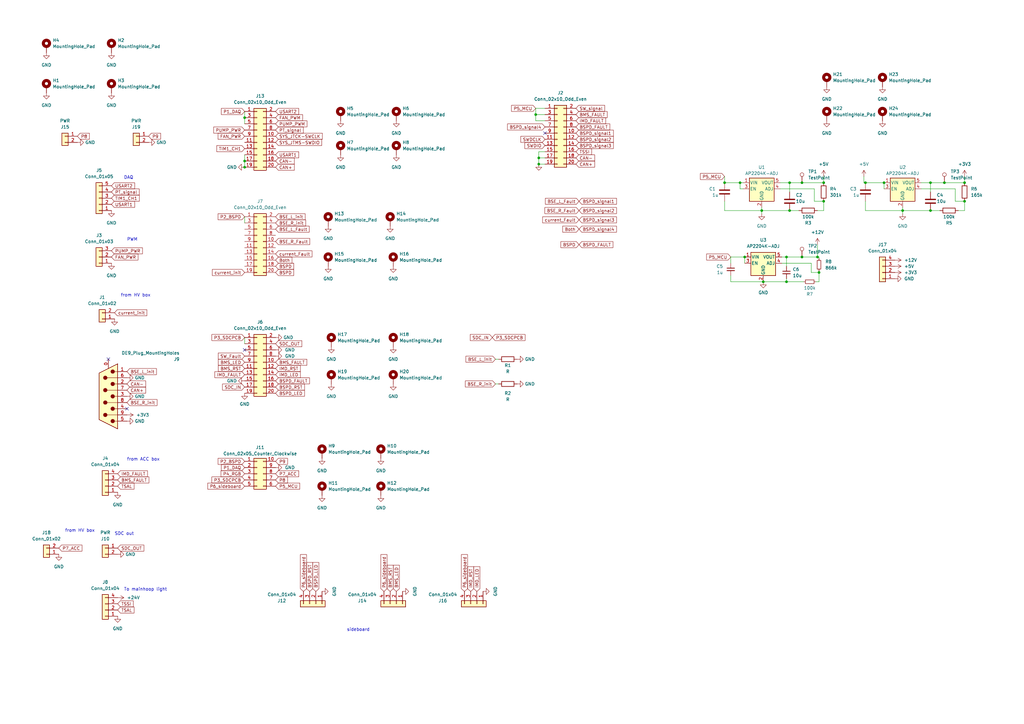
<source format=kicad_sch>
(kicad_sch (version 20230121) (generator eeschema)
  (paper "A3")
  (title_block (date "2025-06-08") (rev "v2025.06"))
  (lib_symbols
    (symbol "Connector:DE9_Plug_MountingHoles" (pin_names (offset 1.016) hide)
      (property "Reference" "J" (at 0 16.51 0))
      (property "Value" "DE9_Plug_MountingHoles" (at 0 14.605 0))
      (symbol "DE9_Plug_MountingHoles_1_1"
        (pin passive line (at 0 -15.24 90) (length 3.81) (name "PAD") (number "0"))
        (pin passive line (at -7.62 -10.16 0) (length 3.81) (name "1") (number "1"))
        (pin passive line (at -7.62 -5.08 0) (length 3.81) (name "2") (number "2"))
        (pin passive line (at -7.62 0 0) (length 3.81) (name "3") (number "3"))
        (pin passive line (at -7.62 5.08 0) (length 3.81) (name "4") (number "4"))
        (pin passive line (at -7.62 10.16 0) (length 3.81) (name "5") (number "5"))
        (pin passive line (at -7.62 -7.62 0) (length 3.81) (name "6") (number "6"))
        (pin passive line (at -7.62 -2.54 0) (length 3.81) (name "7") (number "7"))
        (pin passive line (at -7.62 2.54 0) (length 3.81) (name "8") (number "8"))
        (pin passive line (at -7.62 7.62 0) (length 3.81) (name "9") (number "9"))
      )
    )
    (symbol "Connector:TestPoint" (pin_numbers hide) (pin_names (offset 0.762) hide)
      (property "Reference" "TP" (at 0 6.858 0))
      (property "Value" "TestPoint" (at 0 5.08 0))
      (symbol "TestPoint_1_1"
        (pin passive line (at 0 0 90) (length 2.54) (name "1") (number "1"))
      )
    )
    (symbol "Connector_Generic:Conn_01x02" (pin_names (offset 1.016) hide)
      (property "Reference" "J" (at 0 2.54 0))
      (property "Value" "Conn_01x02" (at 0 -5.08 0))
      (symbol "Conn_01x02_1_1"
        (pin passive line (at -5.08 0 0) (length 3.81) (name "Pin_1") (number "1"))
        (pin passive line (at -5.08 -2.54 0) (length 3.81) (name "Pin_2") (number "2"))
      )
    )
    (symbol "Connector_Generic:Conn_01x03" (pin_names (offset 1.016) hide)
      (property "Reference" "J" (at 0 5.08 0))
      (property "Value" "Conn_01x03" (at 0 -5.08 0))
      (symbol "Conn_01x03_1_1"
        (pin passive line (at -5.08 2.54 0) (length 3.81) (name "Pin_1") (number "1"))
        (pin passive line (at -5.08 0 0) (length 3.81) (name "Pin_2") (number "2"))
        (pin passive line (at -5.08 -2.54 0) (length 3.81) (name "Pin_3") (number "3"))
      )
    )
    (symbol "Connector_Generic:Conn_01x04" (pin_names (offset 1.016) hide)
      (property "Reference" "J" (at 0 5.08 0))
      (property "Value" "Conn_01x04" (at 0 -7.62 0))
      (symbol "Conn_01x04_1_1"
        (pin passive line (at -5.08 2.54 0) (length 3.81) (name "Pin_1") (number "1"))
        (pin passive line (at -5.08 0 0) (length 3.81) (name "Pin_2") (number "2"))
        (pin passive line (at -5.08 -2.54 0) (length 3.81) (name "Pin_3") (number "3"))
        (pin passive line (at -5.08 -5.08 0) (length 3.81) (name "Pin_4") (number "4"))
      )
    )
    (symbol "Connector_Generic:Conn_01x05" (pin_names (offset 1.016) hide)
      (property "Reference" "J" (at 0 7.62 0))
      (property "Value" "Conn_01x05" (at 0 -7.62 0))
      (symbol "Conn_01x05_1_1"
        (pin passive line (at -5.08 5.08 0) (length 3.81) (name "Pin_1") (number "1"))
        (pin passive line (at -5.08 2.54 0) (length 3.81) (name "Pin_2") (number "2"))
        (pin passive line (at -5.08 0 0) (length 3.81) (name "Pin_3") (number "3"))
        (pin passive line (at -5.08 -2.54 0) (length 3.81) (name "Pin_4") (number "4"))
        (pin passive line (at -5.08 -5.08 0) (length 3.81) (name "Pin_5") (number "5"))
      )
    )
    (symbol "Connector_Generic:Conn_02x05_Counter_Clockwise" (pin_names (offset 1.016) hide)
      (property "Reference" "J" (at 1.27 7.62 0))
      (property "Value" "Conn_02x05_Counter_Clockwise" (at 1.27 -7.62 0))
      (symbol "Conn_02x05_Counter_Clockwise_1_1"
        (pin passive line (at -5.08 5.08 0) (length 3.81) (name "Pin_1") (number "1"))
        (pin passive line (at 7.62 5.08 180) (length 3.81) (name "Pin_10") (number "10"))
        (pin passive line (at -5.08 2.54 0) (length 3.81) (name "Pin_2") (number "2"))
        (pin passive line (at -5.08 0 0) (length 3.81) (name "Pin_3") (number "3"))
        (pin passive line (at -5.08 -2.54 0) (length 3.81) (name "Pin_4") (number "4"))
        (pin passive line (at -5.08 -5.08 0) (length 3.81) (name "Pin_5") (number "5"))
        (pin passive line (at 7.62 -5.08 180) (length 3.81) (name "Pin_6") (number "6"))
        (pin passive line (at 7.62 -2.54 180) (length 3.81) (name "Pin_7") (number "7"))
        (pin passive line (at 7.62 0 180) (length 3.81) (name "Pin_8") (number "8"))
        (pin passive line (at 7.62 2.54 180) (length 3.81) (name "Pin_9") (number "9"))
      )
    )
    (symbol "Connector_Generic:Conn_02x10_Odd_Even" (pin_names (offset 1.016) hide)
      (property "Reference" "J" (at 1.27 12.7 0))
      (property "Value" "Conn_02x10_Odd_Even" (at 1.27 -15.24 0))
      (symbol "Conn_02x10_Odd_Even_1_1"
        (pin passive line (at -5.08 10.16 0) (length 3.81) (name "Pin_1") (number "1"))
        (pin passive line (at 7.62 0 180) (length 3.81) (name "Pin_10") (number "10"))
        (pin passive line (at -5.08 -2.54 0) (length 3.81) (name "Pin_11") (number "11"))
        (pin passive line (at 7.62 -2.54 180) (length 3.81) (name "Pin_12") (number "12"))
        (pin passive line (at -5.08 -5.08 0) (length 3.81) (name "Pin_13") (number "13"))
        (pin passive line (at 7.62 -5.08 180) (length 3.81) (name "Pin_14") (number "14"))
        (pin passive line (at -5.08 -7.62 0) (length 3.81) (name "Pin_15") (number "15"))
        (pin passive line (at 7.62 -7.62 180) (length 3.81) (name "Pin_16") (number "16"))
        (pin passive line (at -5.08 -10.16 0) (length 3.81) (name "Pin_17") (number "17"))
        (pin passive line (at 7.62 -10.16 180) (length 3.81) (name "Pin_18") (number "18"))
        (pin passive line (at -5.08 -12.7 0) (length 3.81) (name "Pin_19") (number "19"))
        (pin passive line (at 7.62 10.16 180) (length 3.81) (name "Pin_2") (number "2"))
        (pin passive line (at 7.62 -12.7 180) (length 3.81) (name "Pin_20") (number "20"))
        (pin passive line (at -5.08 7.62 0) (length 3.81) (name "Pin_3") (number "3"))
        (pin passive line (at 7.62 7.62 180) (length 3.81) (name "Pin_4") (number "4"))
        (pin passive line (at -5.08 5.08 0) (length 3.81) (name "Pin_5") (number "5"))
        (pin passive line (at 7.62 5.08 180) (length 3.81) (name "Pin_6") (number "6"))
        (pin passive line (at -5.08 2.54 0) (length 3.81) (name "Pin_7") (number "7"))
        (pin passive line (at 7.62 2.54 180) (length 3.81) (name "Pin_8") (number "8"))
        (pin passive line (at -5.08 0 0) (length 3.81) (name "Pin_9") (number "9"))
      )
    )
    (symbol "Device:C" (pin_numbers hide) (pin_names (offset 0.254))
      (property "Reference" "C" (at 0.635 2.54 0))
      (property "Value" "C" (at 0.635 -2.54 0))
      (symbol "C_1_1"
        (pin passive line (at 0 3.81 270) (length 2.794) (name "~") (number "1"))
        (pin passive line (at 0 -3.81 90) (length 2.794) (name "~") (number "2"))
      )
    )
    (symbol "Device:C_Small" (pin_numbers hide) (pin_names (offset 0.254) hide)
      (property "Reference" "C" (at 0.254 1.778 0))
      (property "Value" "C_Small" (at 0.254 -2.032 0))
      (symbol "C_Small_1_1"
        (pin passive line (at 0 2.54 270) (length 2.032) (name "~") (number "1"))
        (pin passive line (at 0 -2.54 90) (length 2.032) (name "~") (number "2"))
      )
    )
    (symbol "Device:R" (pin_numbers hide) (pin_names (offset 0))
      (property "Reference" "R" (at 2.032 0 90))
      (property "Value" "R" (at 0 0 90))
      (symbol "R_1_1"
        (pin passive line (at 0 3.81 270) (length 1.27) (name "~") (number "1"))
        (pin passive line (at 0 -3.81 90) (length 1.27) (name "~") (number "2"))
      )
    )
    (symbol "Device:R_Small" (pin_numbers hide) (pin_names (offset 0.254) hide)
      (property "Reference" "R" (at 0.762 0.508 0))
      (property "Value" "R_Small" (at 0.762 -1.016 0))
      (symbol "R_Small_1_1"
        (pin passive line (at 0 2.54 270) (length 0.762) (name "~") (number "1"))
        (pin passive line (at 0 -2.54 90) (length 0.762) (name "~") (number "2"))
      )
    )
    (symbol "Mechanical:MountingHole_Pad" (pin_numbers hide) (pin_names (offset 1.016) hide)
      (property "Reference" "H" (at 0 6.35 0))
      (property "Value" "MountingHole_Pad" (at 0 4.445 0))
      (symbol "MountingHole_Pad_1_1"
        (pin input line (at 0 -2.54 90) (length 2.54) (name "1") (number "1"))
      )
    )
    (symbol "Regulator_Linear:AP2204K-ADJ" (pin_names (offset 0.254))
      (property "Reference" "U" (at -5.08 5.715 0))
      (property "Value" "AP2204K-ADJ" (at 0 5.715 0))
      (symbol "AP2204K-ADJ_1_1"
        (pin power_in line (at -7.62 2.54 0) (length 2.54) (name "VIN") (number "1"))
        (pin power_in line (at 0 -7.62 90) (length 2.54) (name "GND") (number "2"))
        (pin input line (at -7.62 0 0) (length 2.54) (name "EN") (number "3"))
        (pin input line (at 7.62 0 180) (length 2.54) (name "ADJ") (number "4"))
        (pin power_out line (at 7.62 2.54 180) (length 2.54) (name "VOUT") (number "5"))
      )
    )
    (symbol "power:+12V" (power) (pin_names (offset 0))
      (property "Value" "+12V" (at 0 3.556 0))
      (symbol "+12V_1_1"
        (pin power_in line (at 0 0 90) (length 0) hide (name "+12V") (number "1"))
      )
    )
    (symbol "power:+24V" (power) (pin_names (offset 0))
      (property "Value" "+24V" (at 0 3.556 0))
      (symbol "+24V_1_1"
        (pin power_in line (at 0 0 90) (length 0) hide (name "+24V") (number "1"))
      )
    )
    (symbol "power:+3V3" (power) (pin_names (offset 0))
      (property "Value" "+3V3" (at 0 3.556 0))
      (symbol "+3V3_1_1"
        (pin power_in line (at 0 0 90) (length 0) hide (name "+3V3") (number "1"))
      )
    )
    (symbol "power:+5V" (power) (pin_names (offset 0))
      (property "Value" "+5V" (at 0 3.556 0))
      (symbol "+5V_1_1"
        (pin power_in line (at 0 0 90) (length 0) hide (name "+5V") (number "1"))
      )
    )
    (symbol "power:GND" (power) (pin_names (offset 0))
      (property "Value" "GND" (at 0 -3.81 0))
      (symbol "GND_1_1"
        (pin power_in line (at 0 0 270) (length 0) hide (name "GND") (number "1"))
      )
    )
  )
  (junction (at 335.915 111.76))
  (junction (at 395.605 74.93))
  (junction (at 354.965 74.93))
  (junction (at 323.85 86.36))
  (junction (at 362.585 74.93))
  (junction (at 322.58 105.41))
  (junction (at 313.055 115.57))
  (junction (at 220.98 67.31))
  (junction (at 305.435 105.41))
  (junction (at 381.635 74.93))
  (junction (at 322.58 115.57))
  (junction (at 297.18 74.93))
  (junction (at 328.93 74.93))
  (junction (at 100.33 48.26))
  (junction (at 100.33 68.58))
  (junction (at 220.98 64.77))
  (junction (at 335.28 105.41))
  (junction (at 370.205 86.36))
  (junction (at 381.635 86.36))
  (junction (at 395.605 82.55))
  (junction (at 219.71 46.99))
  (junction (at 312.42 86.36))
  (junction (at 303.53 74.93))
  (junction (at 387.35 74.93))
  (junction (at 100.33 66.04))
  (junction (at 323.85 74.93))
  (junction (at 337.82 74.93))
  (junction (at 337.82 82.55))
  (junction (at 328.93 105.41))
  (no_connect (at 44.45 147.32))
  (no_connect (at 52.07 167.64))
  (no_connect (at 223.52 54.61))
  (no_connect (at 100.33 143.51))
  (wire (pts (xy 100.33 66.04) (xy 100.33 68.58)))
  (wire (pts (xy 354.33 74.93) (xy 354.965 74.93)))
  (wire (pts (xy 323.85 74.93) (xy 323.85 78.74)))
  (wire (pts (xy 100.33 88.9) (xy 100.33 91.44)))
  (wire (pts (xy 335.28 100.33) (xy 335.28 105.41)))
  (wire (pts (xy 220.98 64.77) (xy 220.98 67.31)))
  (wire (pts (xy 335.915 105.41) (xy 335.915 106.045)))
  (wire (pts (xy 320.675 105.41) (xy 322.58 105.41)))
  (wire (pts (xy 334.01 77.47) (xy 334.01 82.55)))
  (wire (pts (xy 381.635 74.93) (xy 381.635 78.74)))
  (wire (pts (xy 334.645 115.57) (xy 335.915 115.57)))
  (wire (pts (xy 313.055 115.57) (xy 322.58 115.57)))
  (wire (pts (xy 334.01 82.55) (xy 337.82 82.55)))
  (wire (pts (xy 297.18 86.36) (xy 312.42 86.36)))
  (wire (pts (xy 320.04 77.47) (xy 334.01 77.47)))
  (wire (pts (xy 370.205 86.36) (xy 370.205 87.63)))
  (wire (pts (xy 219.71 46.99) (xy 219.71 49.53)))
  (wire (pts (xy 219.71 49.53) (xy 223.52 49.53)))
  (wire (pts (xy 393.065 86.36) (xy 395.605 86.36)))
  (wire (pts (xy 335.915 111.125) (xy 335.915 111.76)))
  (wire (pts (xy 362.585 74.93) (xy 362.585 77.47)))
  (wire (pts (xy 320.675 107.95) (xy 332.74 107.95)))
  (wire (pts (xy 312.42 86.36) (xy 323.85 86.36)))
  (wire (pts (xy 223.52 64.77) (xy 220.98 64.77)))
  (wire (pts (xy 219.71 44.45) (xy 219.71 46.99)))
  (wire (pts (xy 377.825 74.93) (xy 381.635 74.93)))
  (wire (pts (xy 297.18 74.93) (xy 303.53 74.93)))
  (wire (pts (xy 220.98 62.23) (xy 220.98 64.77)))
  (wire (pts (xy 299.72 105.41) (xy 299.72 107.95)))
  (wire (pts (xy 220.98 67.31) (xy 223.52 67.31)))
  (wire (pts (xy 381.635 86.36) (xy 385.445 86.36)))
  (wire (pts (xy 381.635 74.93) (xy 387.35 74.93)))
  (wire (pts (xy 322.58 105.41) (xy 328.93 105.41)))
  (wire (pts (xy 303.53 74.93) (xy 304.8 74.93)))
  (wire (pts (xy 332.74 111.76) (xy 335.915 111.76)))
  (wire (pts (xy 203.2 157.48) (xy 204.47 157.48)))
  (wire (pts (xy 312.42 86.36) (xy 312.42 87.63)))
  (wire (pts (xy 354.965 74.93) (xy 362.585 74.93)))
  (wire (pts (xy 297.18 82.55) (xy 297.18 86.36)))
  (wire (pts (xy 328.93 74.93) (xy 337.82 74.93)))
  (wire (pts (xy 219.71 46.99) (xy 223.52 46.99)))
  (wire (pts (xy 335.28 86.36) (xy 337.82 86.36)))
  (wire (pts (xy 337.82 86.36) (xy 337.82 82.55)))
  (wire (pts (xy 328.93 105.41) (xy 335.28 105.41)))
  (wire (pts (xy 370.205 86.36) (xy 381.635 86.36)))
  (wire (pts (xy 305.435 105.41) (xy 299.72 105.41)))
  (wire (pts (xy 305.435 105.41) (xy 305.435 107.95)))
  (wire (pts (xy 332.74 107.95) (xy 332.74 111.76)))
  (wire (pts (xy 223.52 62.23) (xy 220.98 62.23)))
  (wire (pts (xy 299.72 115.57) (xy 313.055 115.57)))
  (wire (pts (xy 203.2 147.32) (xy 204.47 147.32)))
  (wire (pts (xy 223.52 44.45) (xy 219.71 44.45)))
  (wire (pts (xy 303.53 77.47) (xy 304.8 77.47)))
  (wire (pts (xy 354.33 72.39) (xy 354.33 74.93)))
  (wire (pts (xy 312.42 85.09) (xy 312.42 86.36)))
  (wire (pts (xy 387.35 74.93) (xy 395.605 74.93)))
  (wire (pts (xy 322.58 115.57) (xy 329.565 115.57)))
  (wire (pts (xy 320.04 74.93) (xy 323.85 74.93)))
  (wire (pts (xy 354.965 86.36) (xy 370.205 86.36)))
  (wire (pts (xy 322.58 105.41) (xy 322.58 109.22)))
  (wire (pts (xy 377.825 77.47) (xy 391.795 77.47)))
  (wire (pts (xy 395.605 72.39) (xy 395.605 74.93)))
  (wire (pts (xy 323.85 74.93) (xy 328.93 74.93)))
  (wire (pts (xy 100.33 138.43) (xy 100.33 140.97)))
  (wire (pts (xy 100.33 48.26) (xy 100.33 50.8)))
  (wire (pts (xy 303.53 74.93) (xy 303.53 77.47)))
  (wire (pts (xy 395.605 86.36) (xy 395.605 82.55)))
  (wire (pts (xy 297.18 72.39) (xy 297.18 74.93)))
  (wire (pts (xy 337.82 72.39) (xy 337.82 74.93)))
  (wire (pts (xy 100.33 45.72) (xy 100.33 48.26)))
  (wire (pts (xy 322.58 114.3) (xy 322.58 115.57)))
  (wire (pts (xy 299.72 113.03) (xy 299.72 115.57)))
  (wire (pts (xy 335.915 111.76) (xy 335.915 115.57)))
  (wire (pts (xy 100.33 63.5) (xy 100.33 66.04)))
  (wire (pts (xy 391.795 82.55) (xy 395.605 82.55)))
  (wire (pts (xy 370.205 85.09) (xy 370.205 86.36)))
  (wire (pts (xy 335.28 105.41) (xy 335.915 105.41)))
  (wire (pts (xy 391.795 77.47) (xy 391.795 82.55)))
  (wire (pts (xy 323.85 86.36) (xy 327.66 86.36)))
  (wire (pts (xy 354.965 82.55) (xy 354.965 86.36)))
  (text "SDC out" (at 46.99 219.71 0) (effects (font (size 1.27 1.27)) (justify left bottom)))
  (text "PWM" (at 52.07 99.06 0) (effects (font (size 1.27 1.27)) (justify left bottom)))
  (text "sideboard" (at 142.24 259.08 0) (effects (font (size 1.27 1.27)) (justify left bottom)))
  (text "DAQ" (at 50.8 73.66 0) (effects (font (size 1.27 1.27)) (justify left bottom)))
  (text "from ACC box" (at 52.07 189.23 0) (effects (font (size 1.27 1.27)) (justify left bottom)))
  (text "from HV box" (at 26.67 218.44 0) (effects (font (size 1.27 1.27)) (justify left bottom)))
  (text "To mainhoop light\n" (at 50.8 242.57 0) (effects (font (size 1.27 1.27)) (justify left bottom)))
  (text "from HV box" (at 49.53 121.92 0) (effects (font (size 1.27 1.27)) (justify left bottom)))
  (global_label "BMS_RST" (shape input) (at 100.33 151.13 180) (property "Intersheetrefs" "${INTERSHEET_REFS}" (effects hide)))
  (global_label "TIM1_CH1" (shape input) (at 45.72 81.28 0) (property "Intersheetrefs" "${INTERSHEET_REFS}" (effects hide)))
  (global_label "USART1" (shape input) (at 45.72 83.82 0) (property "Intersheetrefs" "${INTERSHEET_REFS}" (effects hide)))
  (global_label "TSSI" (shape input) (at 48.26 247.65 0) (property "Intersheetrefs" "${INTERSHEET_REFS}" (effects hide)))
  (global_label "IMD_RST" (shape input) (at 113.03 151.13 0) (property "Intersheetrefs" "${INTERSHEET_REFS}" (effects hide)))
  (global_label "BSPD" (shape input) (at 113.03 111.76 0) (property "Intersheetrefs" "${INTERSHEET_REFS}" (effects hide)))
  (global_label "Both" (shape input) (at 113.03 106.68 0) (property "Intersheetrefs" "${INTERSHEET_REFS}" (effects hide)))
  (global_label "FAN_PWM" (shape input) (at 113.03 48.26 0) (property "Intersheetrefs" "${INTERSHEET_REFS}" (effects hide)))
  (global_label "SDC_IN" (shape input) (at 201.93 138.43 180) (property "Intersheetrefs" "${INTERSHEET_REFS}" (effects hide)))
  (global_label "BMS_LED" (shape input) (at 162.56 242.57 90) (property "Intersheetrefs" "${INTERSHEET_REFS}" (effects hide)))
  (global_label "BSE_R_Fault" (shape input) (at 113.03 99.06 0) (property "Intersheetrefs" "${INTERSHEET_REFS}" (effects hide)))
  (global_label "current_Fault" (shape input) (at 113.03 104.14 0) (property "Intersheetrefs" "${INTERSHEET_REFS}" (effects hide)))
  (global_label "BSE_R_Fault" (shape input) (at 237.49 86.36 180) (property "Intersheetrefs" "${INTERSHEET_REFS}" (effects hide)))
  (global_label "CAN-" (shape input) (at 236.22 64.77 0) (property "Intersheetrefs" "${INTERSHEET_REFS}" (effects hide)))
  (global_label "BSPD" (shape input) (at 237.49 100.33 180) (property "Intersheetrefs" "${INTERSHEET_REFS}" (effects hide)))
  (global_label "TSSI" (shape input) (at 236.22 62.23 0) (property "Intersheetrefs" "${INTERSHEET_REFS}" (effects hide)))
  (global_label "P3_SDCPCB" (shape input) (at 100.33 138.43 180) (property "Intersheetrefs" "${INTERSHEET_REFS}" (effects hide)))
  (global_label "FAN_PWR" (shape input) (at 100.33 55.88 180) (property "Intersheetrefs" "${INTERSHEET_REFS}" (effects hide)))
  (global_label "BSPD_signal4" (shape input) (at 237.49 93.98 0) (property "Intersheetrefs" "${INTERSHEET_REFS}" (effects hide)))
  (global_label "P7_ACC" (shape input) (at 24.13 224.79 0) (property "Intersheetrefs" "${INTERSHEET_REFS}" (effects hide)))
  (global_label "BSPD_signal4" (shape input) (at 223.52 52.07 180) (property "Intersheetrefs" "${INTERSHEET_REFS}" (effects hide)))
  (global_label "P6_sideboard" (shape input) (at 100.33 199.39 180) (property "Intersheetrefs" "${INTERSHEET_REFS}" (effects hide)))
  (global_label "BSE_L_Fault" (shape input) (at 237.49 82.55 180) (property "Intersheetrefs" "${INTERSHEET_REFS}" (effects hide)))
  (global_label "P6_sideboard" (shape input) (at 190.5 242.57 90) (property "Intersheetrefs" "${INTERSHEET_REFS}" (effects hide)))
  (global_label "BSPD" (shape input) (at 113.03 109.22 0) (property "Intersheetrefs" "${INTERSHEET_REFS}" (effects hide)))
  (global_label "BMS_FAULT" (shape input) (at 236.22 46.99 0) (property "Intersheetrefs" "${INTERSHEET_REFS}" (effects hide)))
  (global_label "USART1" (shape input) (at 113.03 63.5 0) (property "Intersheetrefs" "${INTERSHEET_REFS}" (effects hide)))
  (global_label "IMD_RST" (shape input) (at 193.04 242.57 90) (property "Intersheetrefs" "${INTERSHEET_REFS}" (effects hide)))
  (global_label "BSE_L_init" (shape input) (at 52.07 152.4 0) (property "Intersheetrefs" "${INTERSHEET_REFS}" (effects hide)))
  (global_label "Both" (shape input) (at 237.49 93.98 180) (property "Intersheetrefs" "${INTERSHEET_REFS}" (effects hide)))
  (global_label "BSPD_LED" (shape input) (at 129.54 242.57 90) (property "Intersheetrefs" "${INTERSHEET_REFS}" (effects hide)))
  (global_label "P9" (shape input) (at 60.96 55.88 0) (property "Intersheetrefs" "${INTERSHEET_REFS}" (effects hide)))
  (global_label "IMD_FAULT" (shape input) (at 48.26 194.31 0) (property "Intersheetrefs" "${INTERSHEET_REFS}" (effects hide)))
  (global_label "BSE_R_init" (shape input) (at 52.07 165.1 0) (property "Intersheetrefs" "${INTERSHEET_REFS}" (effects hide)))
  (global_label "BSPD_signal3" (shape input) (at 236.22 59.69 0) (property "Intersheetrefs" "${INTERSHEET_REFS}" (effects hide)))
  (global_label "BSPD_RST" (shape input) (at 127 242.57 90) (property "Intersheetrefs" "${INTERSHEET_REFS}" (effects hide)))
  (global_label "CAN-" (shape input) (at 52.07 157.48 0) (property "Intersheetrefs" "${INTERSHEET_REFS}" (effects hide)))
  (global_label "SDC_IN" (shape input) (at 100.33 158.75 180) (property "Intersheetrefs" "${INTERSHEET_REFS}" (effects hide)))
  (global_label "TSAL" (shape input) (at 48.26 199.39 0) (property "Intersheetrefs" "${INTERSHEET_REFS}" (effects hide)))
  (global_label "BSPD_signal1" (shape input) (at 236.22 54.61 0) (property "Intersheetrefs" "${INTERSHEET_REFS}" (effects hide)))
  (global_label "FAN_PWR" (shape input) (at 45.72 105.41 0) (property "Intersheetrefs" "${INTERSHEET_REFS}" (effects hide)))
  (global_label "P5_MCU" (shape input) (at 113.03 199.39 0) (property "Intersheetrefs" "${INTERSHEET_REFS}" (effects hide)))
  (global_label "P6_sideboard" (shape input) (at 157.48 242.57 90) (property "Intersheetrefs" "${INTERSHEET_REFS}" (effects hide)))
  (global_label "SDC_OUT" (shape input) (at 48.26 224.79 0) (property "Intersheetrefs" "${INTERSHEET_REFS}" (effects hide)))
  (global_label "BMS_FAULT" (shape input) (at 113.03 148.59 0) (property "Intersheetrefs" "${INTERSHEET_REFS}" (effects hide)))
  (global_label "SYS_JTCK-SWCLK" (shape input) (at 113.03 55.88 0) (property "Intersheetrefs" "${INTERSHEET_REFS}" (effects hide)))
  (global_label "SDC_OUT" (shape input) (at 113.03 140.97 0) (property "Intersheetrefs" "${INTERSHEET_REFS}" (effects hide)))
  (global_label "PUMP_PWR" (shape input) (at 45.72 102.87 0) (property "Intersheetrefs" "${INTERSHEET_REFS}" (effects hide)))
  (global_label "BMS_LED" (shape input) (at 100.33 148.59 180) (property "Intersheetrefs" "${INTERSHEET_REFS}" (effects hide)))
  (global_label "BSPD_LED" (shape input) (at 113.03 161.29 0) (property "Intersheetrefs" "${INTERSHEET_REFS}" (effects hide)))
  (global_label "P8" (shape input) (at 113.03 196.85 0) (property "Intersheetrefs" "${INTERSHEET_REFS}" (effects hide)))
  (global_label "PT_signal" (shape input) (at 113.03 53.34 0) (property "Intersheetrefs" "${INTERSHEET_REFS}" (effects hide)))
  (global_label "CAN+" (shape input) (at 236.22 67.31 0) (property "Intersheetrefs" "${INTERSHEET_REFS}" (effects hide)))
  (global_label "BSE_L_init" (shape input) (at 113.03 88.9 0) (property "Intersheetrefs" "${INTERSHEET_REFS}" (effects hide)))
  (global_label "BSPD_FAULT" (shape input) (at 237.49 100.33 0) (property "Intersheetrefs" "${INTERSHEET_REFS}" (effects hide)))
  (global_label "BSE_L_Fault" (shape input) (at 113.03 93.98 0) (property "Intersheetrefs" "${INTERSHEET_REFS}" (effects hide)))
  (global_label "P2_BSPD" (shape input) (at 100.33 189.23 180) (property "Intersheetrefs" "${INTERSHEET_REFS}" (effects hide)))
  (global_label "BMS_RST" (shape input) (at 160.02 242.57 90) (property "Intersheetrefs" "${INTERSHEET_REFS}" (effects hide)))
  (global_label "SW_Fault" (shape input) (at 100.33 146.05 180) (property "Intersheetrefs" "${INTERSHEET_REFS}" (effects hide)))
  (global_label "TSAL" (shape input) (at 48.26 250.19 0) (property "Intersheetrefs" "${INTERSHEET_REFS}" (effects hide)))
  (global_label "current_init" (shape input) (at 46.99 128.27 0) (property "Intersheetrefs" "${INTERSHEET_REFS}" (effects hide)))
  (global_label "P1_DAQ" (shape input) (at 100.33 45.72 180) (property "Intersheetrefs" "${INTERSHEET_REFS}" (effects hide)))
  (global_label "IMD_FAULT" (shape input) (at 100.33 153.67 180) (property "Intersheetrefs" "${INTERSHEET_REFS}" (effects hide)))
  (global_label "SYS_JTMS-SWDIO" (shape input) (at 113.03 58.42 0) (property "Intersheetrefs" "${INTERSHEET_REFS}" (effects hide)))
  (global_label "SWDIO" (shape input) (at 223.52 59.69 180) (property "Intersheetrefs" "${INTERSHEET_REFS}" (effects hide)))
  (global_label "BSPD_FAULT" (shape input) (at 113.03 156.21 0) (property "Intersheetrefs" "${INTERSHEET_REFS}" (effects hide)))
  (global_label "P8" (shape input) (at 31.75 55.88 0) (property "Intersheetrefs" "${INTERSHEET_REFS}" (effects hide)))
  (global_label "TIM1_CH1" (shape input) (at 100.33 60.96 180) (property "Intersheetrefs" "${INTERSHEET_REFS}" (effects hide)))
  (global_label "USART2" (shape input) (at 113.03 45.72 0) (property "Intersheetrefs" "${INTERSHEET_REFS}" (effects hide)))
  (global_label "current_init" (shape input) (at 100.33 111.76 180) (property "Intersheetrefs" "${INTERSHEET_REFS}" (effects hide)))
  (global_label "BSE_R_init" (shape input) (at 203.2 157.48 180) (property "Intersheetrefs" "${INTERSHEET_REFS}" (effects hide)))
  (global_label "IMD_FAULT" (shape input) (at 236.22 49.53 0) (property "Intersheetrefs" "${INTERSHEET_REFS}" (effects hide)))
  (global_label "BSPD_RST" (shape input) (at 113.03 158.75 0) (property "Intersheetrefs" "${INTERSHEET_REFS}" (effects hide)))
  (global_label "BSPD_signal3" (shape input) (at 237.49 90.17 0) (property "Intersheetrefs" "${INTERSHEET_REFS}" (effects hide)))
  (global_label "SW_signal" (shape input) (at 236.22 44.45 0) (property "Intersheetrefs" "${INTERSHEET_REFS}" (effects hide)))
  (global_label "CAN-" (shape input) (at 113.03 66.04 0) (property "Intersheetrefs" "${INTERSHEET_REFS}" (effects hide)))
  (global_label "P4_RGB" (shape input) (at 100.33 194.31 180) (property "Intersheetrefs" "${INTERSHEET_REFS}" (effects hide)))
  (global_label "P3_SDCPCB" (shape input) (at 201.93 138.43 0) (property "Intersheetrefs" "${INTERSHEET_REFS}" (effects hide)))
  (global_label "P7_ACC" (shape input) (at 113.03 194.31 0) (property "Intersheetrefs" "${INTERSHEET_REFS}" (effects hide)))
  (global_label "P2_BSPD" (shape input) (at 100.33 88.9 180) (property "Intersheetrefs" "${INTERSHEET_REFS}" (effects hide)))
  (global_label "PT_signal" (shape input) (at 45.72 78.74 0) (property "Intersheetrefs" "${INTERSHEET_REFS}" (effects hide)))
  (global_label "BSPD_signal2" (shape input) (at 237.49 86.36 0) (property "Intersheetrefs" "${INTERSHEET_REFS}" (effects hide)))
  (global_label "IMD_LED" (shape input) (at 113.03 153.67 0) (property "Intersheetrefs" "${INTERSHEET_REFS}" (effects hide)))
  (global_label "BSE_L_init" (shape input) (at 203.2 147.32 180) (property "Intersheetrefs" "${INTERSHEET_REFS}" (effects hide)))
  (global_label "PUMP_PWR" (shape input) (at 100.33 53.34 180) (property "Intersheetrefs" "${INTERSHEET_REFS}" (effects hide)))
  (global_label "IMD_LED" (shape input) (at 195.58 242.57 90) (property "Intersheetrefs" "${INTERSHEET_REFS}" (effects hide)))
  (global_label "USART2" (shape input) (at 45.72 76.2 0) (property "Intersheetrefs" "${INTERSHEET_REFS}" (effects hide)))
  (global_label "PUMP_PWM" (shape input) (at 113.03 50.8 0) (property "Intersheetrefs" "${INTERSHEET_REFS}" (effects hide)))
  (global_label "CAN+" (shape input) (at 113.03 68.58 0) (property "Intersheetrefs" "${INTERSHEET_REFS}" (effects hide)))
  (global_label "BSPD_signal1" (shape input) (at 237.49 82.55 0) (property "Intersheetrefs" "${INTERSHEET_REFS}" (effects hide)))
  (global_label "SWDCLK" (shape input) (at 223.52 57.15 180) (property "Intersheetrefs" "${INTERSHEET_REFS}" (effects hide)))
  (global_label "BSE_R_init" (shape input) (at 113.03 91.44 0) (property "Intersheetrefs" "${INTERSHEET_REFS}" (effects hide)))
  (global_label "P1_DAQ" (shape input) (at 100.33 191.77 180) (property "Intersheetrefs" "${INTERSHEET_REFS}" (effects hide)))
  (global_label "P5_MCU" (shape input) (at 297.18 72.39 180) (property "Intersheetrefs" "${INTERSHEET_REFS}" (effects hide)))
  (global_label "P6_sideboard" (shape input) (at 124.46 242.57 90) (property "Intersheetrefs" "${INTERSHEET_REFS}" (effects hide)))
  (global_label "P9" (shape input) (at 113.03 189.23 0) (property "Intersheetrefs" "${INTERSHEET_REFS}" (effects hide)))
  (global_label "BSPD_signal2" (shape input) (at 236.22 57.15 0) (property "Intersheetrefs" "${INTERSHEET_REFS}" (effects hide)))
  (global_label "BMS_FAULT" (shape input) (at 48.26 196.85 0) (property "Intersheetrefs" "${INTERSHEET_REFS}" (effects hide)))
  (global_label "BSPD_FAULT" (shape input) (at 236.22 52.07 0) (property "Intersheetrefs" "${INTERSHEET_REFS}" (effects hide)))
  (global_label "current_Fault" (shape input) (at 237.49 90.17 180) (property "Intersheetrefs" "${INTERSHEET_REFS}" (effects hide)))
  (global_label "P3_SDCPCB" (shape input) (at 100.33 196.85 180) (property "Intersheetrefs" "${INTERSHEET_REFS}" (effects hide)))
  (global_label "P5_MCU" (shape input) (at 219.71 44.45 180) (property "Intersheetrefs" "${INTERSHEET_REFS}" (effects hide)))
  (global_label "P5_MCU" (shape input) (at 299.72 105.41 180) (property "Intersheetrefs" "${INTERSHEET_REFS}" (effects hide)))
  (global_label "CAN+" (shape input) (at 52.07 160.02 0) (property "Intersheetrefs" "${INTERSHEET_REFS}" (effects hide)))
  (symbol (lib_id "Mechanical:MountingHole_Pad") (at 134.62 90.17 0) (unit 1)
    (property "Reference" "H13" (at 137.16 87.63 0) (effects (justify left)))
    (property "Value" "MountingHole_Pad" (at 137.16 90.17 0) (effects (justify left)))
    (property "Footprint" "MountingHole:MountingHole_3.2mm_M3_ISO7380_Pad" (effects hide))
  )
  (symbol (lib_id "Connector_Generic:Conn_01x04") (at 129.54 247.65 270) (unit 1)
    (property "Reference" "J12" (at 115.57 246.38 90))
    (property "Value" "Conn_01x04" (at 115.57 243.84 90))
    (property "Footprint" "Connector_JST:JST_XH_B4B-XH-A_1x04_P2.50mm_Vertical" (effects hide))
  )
  (symbol (lib_id "power:GND") (at 160.02 92.71 0) (unit 1)
    (property "Reference" "#PWR037" (effects hide))
    (property "Value" "GND" (at 160.02 97.79 0))
  )
  (symbol (lib_id "power:GND") (at 45.72 107.95 0) (unit 1)
    (property "Reference" "#PWR08" (effects hide))
    (property "Value" "GND" (at 45.72 113.03 0))
  )
  (symbol (lib_id "power:+5V") (at 337.82 72.39 0) (unit 1)
    (property "Reference" "#PWR052" (effects hide))
    (property "Value" "+5V" (at 337.82 67.31 0))
  )
  (symbol (lib_id "power:GND") (at 339.09 35.56 0) (unit 1)
    (property "Reference" "#PWR022" (effects hide))
    (property "Value" "GND" (at 339.09 40.64 0))
  )
  (symbol (lib_id "Device:C_Small") (at 322.58 111.76 0) (mirror y) (unit 1)
    (property "Reference" "C6" (at 325.12 110.49 0) (effects (justify right)))
    (property "Value" "10u" (at 325.12 113.03 0) (effects (justify right)))
    (property "Footprint" "Capacitor_SMD:C_0805_2012Metric_Pad1.18x1.45mm_HandSolder" (effects hide))
  )
  (symbol (lib_id "power:GND") (at 135.89 157.48 0) (unit 1)
    (property "Reference" "#PWR042" (effects hide))
    (property "Value" "GND" (at 135.89 162.56 0))
  )
  (symbol (lib_id "Device:C") (at 381.635 82.55 0) (unit 1)
    (property "Reference" "C4" (at 384.175 80.01 0) (effects (justify left)))
    (property "Value" "10u" (at 384.175 82.55 0) (effects (justify left)))
    (property "Footprint" "Resistor_SMD:R_0805_2012Metric" (effects hide))
  )
  (symbol (lib_id "Mechanical:MountingHole_Pad") (at 135.89 139.7 0) (unit 1)
    (property "Reference" "H17" (at 138.43 137.16 0) (effects (justify left)))
    (property "Value" "MountingHole_Pad" (at 138.43 139.7 0) (effects (justify left)))
    (property "Footprint" "MountingHole:MountingHole_3.2mm_M3_ISO7380_Pad" (effects hide))
  )
  (symbol (lib_id "Connector_Generic:Conn_01x04") (at 195.58 247.65 270) (unit 1)
    (property "Reference" "J16" (at 181.61 246.38 90))
    (property "Value" "Conn_01x04" (at 181.61 243.84 90))
    (property "Footprint" "Connector_JST:JST_XH_B4B-XH-A_1x04_P2.50mm_Vertical" (effects hide))
  )
  (symbol (lib_id "power:GND") (at 60.96 58.42 90) (unit 1)
    (property "Reference" "#PWR062" (effects hide))
    (property "Value" "GND" (at 64.135 58.42 90) (effects (justify right)))
  )
  (symbol (lib_id "power:+3V3") (at 52.07 170.18 270) (unit 1)
    (property "Reference" "#PWR053" (effects hide))
    (property "Value" "+3V3" (at 55.88 170.18 90) (effects (justify left)))
  )
  (symbol (lib_id "power:+3V3") (at 367.03 111.76 270) (unit 1)
    (property "Reference" "#PWR060" (effects hide))
    (property "Value" "+3V3" (at 370.84 111.76 90) (effects (justify left)))
  )
  (symbol (lib_id "power:GND") (at 45.72 21.59 0) (unit 1)
    (property "Reference" "#PWR017" (effects hide))
    (property "Value" "GND" (at 45.72 26.67 0))
  )
  (symbol (lib_id "power:GND") (at 220.98 67.31 0) (unit 1)
    (property "Reference" "#PWR020" (effects hide))
    (property "Value" "GND" (effects hide))
  )
  (symbol (lib_id "power:GND") (at 165.1 242.57 90) (unit 1)
    (property "Reference" "#PWR048" (effects hide))
    (property "Value" "GND" (at 170.18 242.57 0))
  )
  (symbol (lib_id "power:GND") (at 139.7 49.53 0) (unit 1)
    (property "Reference" "#PWR013" (effects hide))
    (property "Value" "GND" (at 139.7 54.61 0))
  )
  (symbol (lib_id "Mechanical:MountingHole_Pad") (at 45.72 19.05 0) (unit 1)
    (property "Reference" "H2" (at 48.26 16.51 0) (effects (justify left)))
    (property "Value" "MountingHole_Pad" (at 48.26 19.05 0) (effects (justify left)))
    (property "Footprint" "MountingHole:MountingHole_4.3mm_M4_ISO7380_Pad" (effects hide))
  )
  (symbol (lib_id "Mechanical:MountingHole_Pad") (at 162.56 46.99 0) (unit 1)
    (property "Reference" "H6" (at 165.1 44.45 0) (effects (justify left)))
    (property "Value" "MountingHole_Pad" (at 165.1 46.99 0) (effects (justify left)))
    (property "Footprint" "MountingHole:MountingHole_3.2mm_M3_ISO7380_Pad" (effects hide))
  )
  (symbol (lib_id "Connector_Generic:Conn_02x10_Odd_Even") (at 105.41 99.06 0) (unit 1)
    (property "Reference" "J7" (at 106.68 82.55 0))
    (property "Value" "Conn_02x10_Odd_Even" (at 106.68 85.09 0))
    (property "Footprint" "Connector_PinSocket_2.54mm:PinSocket_2x10_P2.54mm_Vertical" (effects hide))
  )
  (symbol (lib_id "power:GND") (at 162.56 63.5 0) (unit 1)
    (property "Reference" "#PWR021" (effects hide))
    (property "Value" "GND" (at 162.56 68.58 0))
  )
  (symbol (lib_id "Device:R") (at 389.255 86.36 90) (unit 1)
    (property "Reference" "R5" (at 389.255 91.44 90))
    (property "Value" "100k" (at 389.255 88.9 90))
    (property "Footprint" "Resistor_SMD:R_0603_1608Metric" (effects hide))
  )
  (symbol (lib_id "Device:R_Small") (at 332.105 115.57 90) (mirror x) (unit 1)
    (property "Reference" "R7" (at 332.105 120.65 90))
    (property "Value" "100k" (at 332.105 118.11 90))
    (property "Footprint" "Resistor_SMD:R_0603_1608Metric" (effects hide))
  )
  (symbol (lib_id "Mechanical:MountingHole_Pad") (at 161.29 154.94 0) (unit 1)
    (property "Reference" "H20" (at 163.83 152.4 0) (effects (justify left)))
    (property "Value" "MountingHole_Pad" (at 163.83 154.94 0) (effects (justify left)))
    (property "Footprint" "MountingHole:MountingHole_3.2mm_M3_ISO7380_Pad" (effects hide))
  )
  (symbol (lib_id "Device:C") (at 297.18 78.74 0) (unit 1)
    (property "Reference" "C1" (at 290.83 77.47 0) (effects (justify left)))
    (property "Value" "1u" (at 292.1 80.01 0) (effects (justify left)))
    (property "Footprint" "Resistor_SMD:R_0603_1608Metric" (effects hide))
  )
  (symbol (lib_id "Mechanical:MountingHole_Pad") (at 161.29 139.7 0) (unit 1)
    (property "Reference" "H18" (at 163.83 137.16 0) (effects (justify left)))
    (property "Value" "MountingHole_Pad" (at 163.83 139.7 0) (effects (justify left)))
    (property "Footprint" "MountingHole:MountingHole_3.2mm_M3_ISO7380_Pad" (effects hide))
  )
  (symbol (lib_id "Device:R_Small") (at 335.915 108.585 0) (unit 1)
    (property "Reference" "R8" (at 338.455 107.315 0) (effects (justify left)))
    (property "Value" "866k" (at 338.455 109.855 0) (effects (justify left)))
    (property "Footprint" "Resistor_SMD:R_0603_1608Metric" (effects hide))
  )
  (symbol (lib_id "power:GND") (at 52.07 162.56 90) (unit 1)
    (property "Reference" "#PWR029" (effects hide))
    (property "Value" "GND" (at 55.245 162.56 90) (effects (justify right)))
  )
  (symbol (lib_id "Connector_Generic:Conn_01x02") (at 55.88 55.88 0) (mirror y) (unit 1)
    (property "Reference" "J19" (at 55.88 52.07 0))
    (property "Value" "PWR" (at 55.88 49.53 0))
    (property "Footprint" "Connector_AMASS:AMASS_XT60-M_1x02_P7.20mm_Vertical" (effects hide))
  )
  (symbol (lib_id "power:GND") (at 161.29 109.22 0) (unit 1)
    (property "Reference" "#PWR039" (effects hide))
    (property "Value" "GND" (at 161.29 114.3 0))
  )
  (symbol (lib_id "power:GND") (at 198.12 242.57 90) (unit 1)
    (property "Reference" "#PWR049" (effects hide))
    (property "Value" "GND" (at 203.2 242.57 0))
  )
  (symbol (lib_id "Connector_Generic:Conn_01x04") (at 162.56 247.65 270) (unit 1)
    (property "Reference" "J14" (at 148.59 246.38 90))
    (property "Value" "Conn_01x04" (at 148.59 243.84 90))
    (property "Footprint" "Connector_JST:JST_XH_B4B-XH-A_1x04_P2.50mm_Vertical" (effects hide))
  )
  (symbol (lib_id "power:GND") (at 135.89 142.24 0) (unit 1)
    (property "Reference" "#PWR040" (effects hide))
    (property "Value" "GND" (at 135.89 147.32 0))
  )
  (symbol (lib_id "power:GND") (at 100.33 68.58 270) (unit 1)
    (property "Reference" "#PWR026" (effects hide))
    (property "Value" "GND" (at 97.155 68.58 90) (effects (justify right)))
  )
  (symbol (lib_id "power:GND") (at 134.62 92.71 0) (unit 1)
    (property "Reference" "#PWR036" (effects hide))
    (property "Value" "GND" (at 134.62 97.79 0))
  )
  (symbol (lib_id "power:GND") (at 139.7 63.5 0) (unit 1)
    (property "Reference" "#PWR019" (effects hide))
    (property "Value" "GND" (at 139.7 68.58 0))
  )
  (symbol (lib_id "Regulator_Linear:AP2204K-ADJ") (at 370.205 77.47 0) (unit 1)
    (property "Reference" "U2" (at 370.205 68.58 0))
    (property "Value" "AP2204K-ADJ" (at 370.205 71.12 0))
    (property "Footprint" "Package_TO_SOT_SMD:SOT-23-5" (effects hide))
    (property "Datasheet" "https://www.diodes.com/assets/Datasheets/AP2204.pdf" (effects hide))
  )
  (symbol (lib_id "power:GND") (at 212.09 147.32 90) (unit 1)
    (property "Reference" "#PWR04" (effects hide))
    (property "Value" "GND" (at 215.265 147.32 90) (effects (justify right)))
  )
  (symbol (lib_id "Connector:TestPoint") (at 387.35 74.93 0) (unit 1)
    (property "Reference" "TP3" (at 389.89 70.358 0) (effects (justify left)))
    (property "Value" "TestPoint" (at 389.89 72.898 0) (effects (justify left)))
    (property "Footprint" "TestPoint:TestPoint_THTPad_D1.5mm_Drill0.7mm" (effects hide))
  )
  (symbol (lib_id "Connector:TestPoint") (at 328.93 74.93 0) (unit 1)
    (property "Reference" "TP1" (at 331.47 70.358 0) (effects (justify left)))
    (property "Value" "TestPoint" (at 331.47 72.898 0) (effects (justify left)))
    (property "Footprint" "TestPoint:TestPoint_THTPad_D1.5mm_Drill0.7mm" (effects hide))
  )
  (symbol (lib_id "power:GND") (at 48.26 227.33 90) (unit 1)
    (property "Reference" "#PWR047" (effects hide))
    (property "Value" "GND" (at 51.435 227.33 90) (effects (justify right)))
  )
  (symbol (lib_id "Mechanical:MountingHole_Pad") (at 160.02 90.17 0) (unit 1)
    (property "Reference" "H14" (at 162.56 87.63 0) (effects (justify left)))
    (property "Value" "MountingHole_Pad" (at 162.56 90.17 0) (effects (justify left)))
    (property "Footprint" "MountingHole:MountingHole_3.2mm_M3_ISO7380_Pad" (effects hide))
  )
  (symbol (lib_id "Mechanical:MountingHole_Pad") (at 45.72 35.56 0) (unit 1)
    (property "Reference" "H3" (at 48.26 33.02 0) (effects (justify left)))
    (property "Value" "MountingHole_Pad" (at 48.26 35.56 0) (effects (justify left)))
    (property "Footprint" "MountingHole:MountingHole_4.3mm_M4_ISO7380_Pad" (effects hide))
  )
  (symbol (lib_id "Device:C_Small") (at 299.72 110.49 0) (unit 1)
    (property "Reference" "C5" (at 296.545 109.2263 0) (effects (justify right)))
    (property "Value" "1u" (at 296.545 111.7663 0) (effects (justify right)))
    (property "Footprint" "Capacitor_SMD:C_0603_1608Metric_Pad1.08x0.95mm_HandSolder" (effects hide))
  )
  (symbol (lib_id "Connector_Generic:Conn_01x04") (at 361.95 111.76 180) (unit 1)
    (property "Reference" "J17" (at 361.95 100.33 0))
    (property "Value" "Conn_01x04" (at 361.95 102.87 0))
    (property "Footprint" "Connector_JST:JST_XH_B4B-XH-A_1x04_P2.50mm_Vertical" (effects hide))
  )
  (symbol (lib_id "Mechanical:MountingHole_Pad") (at 339.09 33.02 0) (unit 1)
    (property "Reference" "H21" (at 341.63 30.48 0) (effects (justify left)))
    (property "Value" "MountingHole_Pad" (at 341.63 33.02 0) (effects (justify left)))
    (property "Footprint" "MountingHole:MountingHole_3.2mm_M3_ISO7380_Pad" (effects hide))
  )
  (symbol (lib_id "Connector_Generic:Conn_01x04") (at 43.18 199.39 180) (unit 1)
    (property "Reference" "J4" (at 43.18 187.96 0))
    (property "Value" "Conn_01x04" (at 43.18 190.5 0))
    (property "Footprint" "Connector_JST:JST_XH_B4B-XH-A_1x04_P2.50mm_Vertical" (effects hide))
  )
  (symbol (lib_id "Device:C") (at 354.965 78.74 0) (unit 1)
    (property "Reference" "C3" (at 348.615 77.47 0) (effects (justify left)))
    (property "Value" "1u" (at 349.885 80.01 0) (effects (justify left)))
    (property "Footprint" "Resistor_SMD:R_0603_1608Metric" (effects hide))
  )
  (symbol (lib_id "Connector_Generic:Conn_02x10_Odd_Even") (at 228.6 54.61 0) (unit 1)
    (property "Reference" "J2" (at 229.87 38.1 0))
    (property "Value" "Conn_02x10_Odd_Even" (at 229.87 40.64 0))
    (property "Footprint" "Connector_PinSocket_2.54mm:PinSocket_2x10_P2.54mm_Vertical" (effects hide))
  )
  (symbol (lib_id "power:GND") (at 48.26 252.73 0) (unit 1)
    (property "Reference" "#PWR050" (effects hide))
    (property "Value" "GND" (at 48.26 257.81 0))
  )
  (symbol (lib_id "power:GND") (at 113.03 138.43 90) (mirror x) (unit 1)
    (property "Reference" "#PWR01" (effects hide))
    (property "Value" "GND" (at 116.205 138.43 90) (effects (justify right)))
  )
  (symbol (lib_id "power:GND") (at 46.99 130.81 0) (unit 1)
    (property "Reference" "#PWR044" (effects hide))
    (property "Value" "GND" (at 46.99 135.89 0))
  )
  (symbol (lib_id "Connector_Generic:Conn_02x10_Odd_Even") (at 105.41 55.88 0) (unit 1)
    (property "Reference" "J13" (at 106.68 39.37 0))
    (property "Value" "Conn_02x10_Odd_Even" (at 106.68 41.91 0))
    (property "Footprint" "Connector_PinSocket_2.54mm:PinSocket_2x10_P2.54mm_Vertical" (effects hide))
  )
  (symbol (lib_id "Mechanical:MountingHole_Pad") (at 134.62 106.68 0) (unit 1)
    (property "Reference" "H15" (at 137.16 104.14 0) (effects (justify left)))
    (property "Value" "MountingHole_Pad" (at 137.16 106.68 0) (effects (justify left)))
    (property "Footprint" "MountingHole:MountingHole_3.2mm_M3_ISO7380_Pad" (effects hide))
  )
  (symbol (lib_id "power:GND") (at 45.72 38.1 0) (unit 1)
    (property "Reference" "#PWR018" (effects hide))
    (property "Value" "GND" (at 45.72 43.18 0))
  )
  (symbol (lib_id "power:GND") (at 48.26 201.93 0) (unit 1)
    (property "Reference" "#PWR045" (effects hide))
    (property "Value" "GND" (at 48.26 207.01 0))
  )
  (symbol (lib_id "power:GND") (at 113.03 146.05 90) (mirror x) (unit 1)
    (property "Reference" "#PWR03" (effects hide))
    (property "Value" "GND" (at 116.84 146.05 90) (effects (justify right)))
  )
  (symbol (lib_id "power:GND") (at 132.08 187.96 0) (unit 1)
    (property "Reference" "#PWR032" (effects hide))
    (property "Value" "GND" (at 132.08 193.04 0))
  )
  (symbol (lib_id "Mechanical:MountingHole_Pad") (at 135.89 154.94 0) (unit 1)
    (property "Reference" "H19" (at 138.43 152.4 0) (effects (justify left)))
    (property "Value" "MountingHole_Pad" (at 138.43 154.94 0) (effects (justify left)))
    (property "Footprint" "MountingHole:MountingHole_3.2mm_M3_ISO7380_Pad" (effects hide))
  )
  (symbol (lib_id "power:GND") (at 161.29 157.48 0) (unit 1)
    (property "Reference" "#PWR043" (effects hide))
    (property "Value" "GND" (at 161.29 162.56 0))
  )
  (symbol (lib_id "Connector_Generic:Conn_01x02") (at 19.05 227.33 180) (unit 1)
    (property "Reference" "J18" (at 19.05 218.44 0))
    (property "Value" "Conn_01x02" (at 19.05 220.98 0))
    (property "Footprint" "Connector_JST:JST_XH_B2B-XH-A_1x02_P2.50mm_Vertical" (effects hide))
  )
  (symbol (lib_id "Device:R") (at 331.47 86.36 90) (unit 1)
    (property "Reference" "R3" (at 331.47 91.44 90))
    (property "Value" "100k" (at 331.47 88.9 90))
    (property "Footprint" "Resistor_SMD:R_0603_1608Metric" (effects hide))
  )
  (symbol (lib_id "Mechanical:MountingHole_Pad") (at 162.56 60.96 0) (unit 1)
    (property "Reference" "H8" (at 165.1 58.42 0) (effects (justify left)))
    (property "Value" "MountingHole_Pad" (at 165.1 60.96 0) (effects (justify left)))
    (property "Footprint" "MountingHole:MountingHole_3.2mm_M3_ISO7380_Pad" (effects hide))
  )
  (symbol (lib_id "Connector_Generic:Conn_01x04") (at 43.18 250.19 180) (unit 1)
    (property "Reference" "J8" (at 43.18 238.76 0))
    (property "Value" "Conn_01x04" (at 43.18 241.3 0))
    (property "Footprint" "Connector_JST:JST_XH_B4B-XH-A_1x04_P2.50mm_Vertical" (effects hide))
  )
  (symbol (lib_id "Mechanical:MountingHole_Pad") (at 339.09 46.99 0) (unit 1)
    (property "Reference" "H22" (at 341.63 44.45 0) (effects (justify left)))
    (property "Value" "MountingHole_Pad" (at 341.63 46.99 0) (effects (justify left)))
    (property "Footprint" "MountingHole:MountingHole_3.2mm_M3_ISO7380_Pad" (effects hide))
  )
  (symbol (lib_id "power:GND") (at 212.09 157.48 90) (unit 1)
    (property "Reference" "#PWR09" (effects hide))
    (property "Value" "GND" (at 215.265 157.48 90) (effects (justify right)))
  )
  (symbol (lib_id "Connector_Generic:Conn_01x02") (at 41.91 130.81 180) (unit 1)
    (property "Reference" "J1" (at 41.91 121.92 0))
    (property "Value" "Conn_01x02" (at 41.91 124.46 0))
    (property "Footprint" "Connector_JST:JST_XH_B2B-XH-A_1x02_P2.50mm_Vertical" (effects hide))
  )
  (symbol (lib_id "Device:R") (at 337.82 78.74 0) (unit 1)
    (property "Reference" "R4" (at 340.36 77.47 0) (effects (justify left)))
    (property "Value" "301k" (at 340.36 80.01 0) (effects (justify left)))
    (property "Footprint" "Resistor_SMD:R_0603_1608Metric" (effects hide))
  )
  (symbol (lib_id "power:GND") (at 132.08 242.57 90) (unit 1)
    (property "Reference" "#PWR046" (effects hide))
    (property "Value" "GND" (at 137.16 242.57 0))
  )
  (symbol (lib_id "Mechanical:MountingHole_Pad") (at 156.21 200.66 0) (unit 1)
    (property "Reference" "H12" (at 158.75 198.12 0) (effects (justify left)))
    (property "Value" "MountingHole_Pad" (at 158.75 200.66 0) (effects (justify left)))
    (property "Footprint" "MountingHole:MountingHole_3.2mm_M3_ISO7380_Pad" (effects hide))
  )
  (symbol (lib_id "Mechanical:MountingHole_Pad") (at 139.7 60.96 0) (unit 1)
    (property "Reference" "H7" (at 142.24 58.42 0) (effects (justify left)))
    (property "Value" "MountingHole_Pad" (at 142.24 60.96 0) (effects (justify left)))
    (property "Footprint" "MountingHole:MountingHole_3.2mm_M3_ISO7380_Pad" (effects hide))
  )
  (symbol (lib_id "Regulator_Linear:AP2204K-ADJ") (at 313.055 107.95 0) (unit 1)
    (property "Reference" "U3" (at 313.055 98.425 0))
    (property "Value" "AP2204K-ADJ" (at 313.055 100.965 0))
    (property "Footprint" "Package_TO_SOT_SMD:SOT-23-5" (effects hide))
    (property "Datasheet" "https://www.diodes.com/assets/Datasheets/AP2204.pdf" (effects hide))
  )
  (symbol (lib_id "power:GND") (at 156.21 187.96 0) (unit 1)
    (property "Reference" "#PWR033" (effects hide))
    (property "Value" "GND" (at 156.21 193.04 0))
  )
  (symbol (lib_id "Mechanical:MountingHole_Pad") (at 132.08 200.66 0) (unit 1)
    (property "Reference" "H11" (at 134.62 198.12 0) (effects (justify left)))
    (property "Value" "MountingHole_Pad" (at 134.62 200.66 0) (effects (justify left)))
    (property "Footprint" "MountingHole:MountingHole_3.2mm_M3_ISO7380_Pad" (effects hide))
  )
  (symbol (lib_id "Mechanical:MountingHole_Pad") (at 361.95 33.02 0) (unit 1)
    (property "Reference" "H23" (at 364.49 30.48 0) (effects (justify left)))
    (property "Value" "MountingHole_Pad" (at 364.49 33.02 0) (effects (justify left)))
    (property "Footprint" "MountingHole:MountingHole_3.2mm_M3_ISO7380_Pad" (effects hide))
  )
  (symbol (lib_id "Device:R") (at 395.605 78.74 0) (unit 1)
    (property "Reference" "R6" (at 398.145 77.47 0) (effects (justify left)))
    (property "Value" "165k" (at 398.145 80.01 0) (effects (justify left)))
    (property "Footprint" "Resistor_SMD:R_0603_1608Metric" (effects hide))
  )
  (symbol (lib_id "power:GND") (at 132.08 203.2 0) (unit 1)
    (property "Reference" "#PWR034" (effects hide))
    (property "Value" "GND" (at 132.08 208.28 0))
  )
  (symbol (lib_id "power:GND") (at 367.03 114.3 90) (mirror x) (unit 1)
    (property "Reference" "#PWR028" (effects hide))
    (property "Value" "GND" (at 370.84 114.3 90) (effects (justify right)))
  )
  (symbol (lib_id "Connector_Generic:Conn_02x05_Counter_Clockwise") (at 105.41 194.31 0) (unit 1)
    (property "Reference" "J11" (at 106.68 183.515 0))
    (property "Value" "Conn_02x05_Counter_Clockwise" (at 106.68 186.055 0))
    (property "Footprint" "Connector_PinSocket_2.54mm:PinSocket_2x05_P2.54mm_Vertical" (effects hide))
  )
  (symbol (lib_id "power:GND") (at 161.29 142.24 0) (unit 1)
    (property "Reference" "#PWR041" (effects hide))
    (property "Value" "GND" (at 161.29 147.32 0))
  )
  (symbol (lib_id "power:+5V") (at 354.33 72.39 0) (unit 1)
    (property "Reference" "#PWR011" (effects hide))
    (property "Value" "+5V" (at 354.33 67.31 0))
  )
  (symbol (lib_id "Connector_Generic:Conn_01x05") (at 40.64 81.28 180) (unit 1)
    (property "Reference" "J5" (at 40.64 69.85 0))
    (property "Value" "Conn_01x05" (at 40.64 72.39 0))
    (property "Footprint" "Connector_JST:JST_XH_B5B-XH-A_1x05_P2.50mm_Vertical" (effects hide))
  )
  (symbol (lib_id "power:+12V") (at 367.03 106.68 270) (unit 1)
    (property "Reference" "#PWR056" (effects hide))
    (property "Value" "+12V" (at 370.84 106.68 90) (effects (justify left)))
  )
  (symbol (lib_id "power:GND") (at 162.56 49.53 0) (unit 1)
    (property "Reference" "#PWR014" (effects hide))
    (property "Value" "GND" (at 162.56 54.61 0))
  )
  (symbol (lib_id "power:GND") (at 45.72 86.36 0) (unit 1)
    (property "Reference" "#PWR07" (effects hide))
    (property "Value" "GND" (at 45.72 91.44 0))
  )
  (symbol (lib_id "Connector:TestPoint") (at 328.93 105.41 0) (unit 1)
    (property "Reference" "TP2" (at 331.47 100.838 0) (effects (justify left)))
    (property "Value" "TestPoint" (at 331.47 103.378 0) (effects (justify left)))
    (property "Footprint" "TestPoint:TestPoint_THTPad_D1.5mm_Drill0.7mm" (effects hide))
  )
  (symbol (lib_id "power:GND") (at 113.03 191.77 90) (mirror x) (unit 1)
    (property "Reference" "#PWR012" (effects hide))
    (property "Value" "GND" (at 116.84 191.77 90) (effects (justify right)))
  )
  (symbol (lib_id "Connector_Generic:Conn_01x02") (at 26.67 55.88 0) (mirror y) (unit 1)
    (property "Reference" "J15" (at 26.67 52.07 0))
    (property "Value" "PWR" (at 26.67 49.53 0))
    (property "Footprint" "Connector_AMASS:AMASS_XT60-M_1x02_P7.20mm_Vertical" (effects hide))
  )
  (symbol (lib_id "power:GND") (at 361.95 49.53 0) (unit 1)
    (property "Reference" "#PWR027" (effects hide))
    (property "Value" "GND" (at 361.95 54.61 0))
  )
  (symbol (lib_id "power:GND") (at 370.205 87.63 0) (unit 1)
    (property "Reference" "#PWR054" (effects hide))
    (property "Value" "GND" (at 370.205 92.71 0))
  )
  (symbol (lib_id "power:GND") (at 134.62 109.22 0) (unit 1)
    (property "Reference" "#PWR038" (effects hide))
    (property "Value" "GND" (at 134.62 114.3 0))
  )
  (symbol (lib_id "power:+5V") (at 367.03 109.22 270) (unit 1)
    (property "Reference" "#PWR059" (effects hide))
    (property "Value" "+5V" (at 370.84 109.22 90) (effects (justify left)))
  )
  (symbol (lib_id "power:GND") (at 100.33 161.29 0) (mirror y) (unit 1)
    (property "Reference" "#PWR06" (effects hide))
    (property "Value" "GND" (at 100.33 165.735 0))
  )
  (symbol (lib_id "power:GND") (at 24.13 227.33 0) (unit 1)
    (property "Reference" "#PWR061" (effects hide))
    (property "Value" "GND" (at 24.13 232.41 0))
  )
  (symbol (lib_id "power:GND") (at 339.09 49.53 0) (unit 1)
    (property "Reference" "#PWR023" (effects hide))
    (property "Value" "GND" (at 339.09 54.61 0))
  )
  (symbol (lib_id "Mechanical:MountingHole_Pad") (at 139.7 46.99 0) (unit 1)
    (property "Reference" "H5" (at 142.24 44.45 0) (effects (justify left)))
    (property "Value" "MountingHole_Pad" (at 142.24 46.99 0) (effects (justify left)))
    (property "Footprint" "MountingHole:MountingHole_3.2mm_M3_ISO7380_Pad" (effects hide))
  )
  (symbol (lib_id "power:GND") (at 52.07 172.72 90) (unit 1)
    (property "Reference" "#PWR031" (effects hide))
    (property "Value" "GND" (at 55.245 172.72 90) (effects (justify right)))
  )
  (symbol (lib_id "Device:R") (at 208.28 147.32 270) (mirror x) (unit 1)
    (property "Reference" "R1" (at 208.28 149.86 90))
    (property "Value" "R" (at 208.28 152.4 90))
    (property "Footprint" "Resistor_SMD:R_0603_1608Metric" (effects hide))
  )
  (symbol (lib_id "Mechanical:MountingHole_Pad") (at 156.21 185.42 0) (unit 1)
    (property "Reference" "H10" (at 158.75 182.88 0) (effects (justify left)))
    (property "Value" "MountingHole_Pad" (at 158.75 185.42 0) (effects (justify left)))
    (property "Footprint" "MountingHole:MountingHole_3.2mm_M3_ISO7380_Pad" (effects hide))
  )
  (symbol (lib_id "Mechanical:MountingHole_Pad") (at 161.29 106.68 0) (unit 1)
    (property "Reference" "H16" (at 163.83 104.14 0) (effects (justify left)))
    (property "Value" "MountingHole_Pad" (at 163.83 106.68 0) (effects (justify left)))
    (property "Footprint" "MountingHole:MountingHole_3.2mm_M3_ISO7380_Pad" (effects hide))
  )
  (symbol (lib_id "power:GND") (at 19.05 21.59 0) (unit 1)
    (property "Reference" "#PWR015" (effects hide))
    (property "Value" "GND" (at 19.05 26.67 0))
  )
  (symbol (lib_id "Connector_Generic:Conn_01x02") (at 43.18 224.79 0) (mirror y) (unit 1)
    (property "Reference" "J10" (at 43.18 220.98 0))
    (property "Value" "PWR" (at 43.18 218.44 0))
    (property "Footprint" "Connector_AMASS:AMASS_XT60-M_1x02_P7.20mm_Vertical" (effects hide))
  )
  (symbol (lib_id "power:GND") (at 156.21 203.2 0) (unit 1)
    (property "Reference" "#PWR035" (effects hide))
    (property "Value" "GND" (at 156.21 208.28 0))
  )
  (symbol (lib_id "power:GND") (at 113.03 143.51 90) (mirror x) (unit 1)
    (property "Reference" "#PWR02" (effects hide))
    (property "Value" "GND" (at 116.84 143.51 90) (effects (justify right)))
  )
  (symbol (lib_id "Device:C") (at 323.85 82.55 0) (unit 1)
    (property "Reference" "C2" (at 326.39 80.01 0) (effects (justify left)))
    (property "Value" "10u" (at 326.39 82.55 0) (effects (justify left)))
    (property "Footprint" "Resistor_SMD:R_0805_2012Metric" (effects hide))
  )
  (symbol (lib_id "power:GND") (at 313.055 115.57 0) (unit 1)
    (property "Reference" "#PWR057" (effects hide))
    (property "Value" "GND" (at 313.055 120.015 0))
  )
  (symbol (lib_id "Mechanical:MountingHole_Pad") (at 19.05 19.05 0) (unit 1)
    (property "Reference" "H4" (at 21.59 16.51 0) (effects (justify left)))
    (property "Value" "MountingHole_Pad" (at 21.59 19.05 0) (effects (justify left)))
    (property "Footprint" "MountingHole:MountingHole_4.3mm_M4_ISO7380_Pad" (effects hide))
  )
  (symbol (lib_id "Mechanical:MountingHole_Pad") (at 361.95 46.99 0) (unit 1)
    (property "Reference" "H24" (at 364.49 44.45 0) (effects (justify left)))
    (property "Value" "MountingHole_Pad" (at 364.49 46.99 0) (effects (justify left)))
    (property "Footprint" "MountingHole:MountingHole_3.2mm_M3_ISO7380_Pad" (effects hide))
  )
  (symbol (lib_id "power:GND") (at 361.95 35.56 0) (unit 1)
    (property "Reference" "#PWR024" (effects hide))
    (property "Value" "GND" (at 361.95 40.64 0))
  )
  (symbol (lib_id "power:GND") (at 100.33 156.21 270) (mirror x) (unit 1)
    (property "Reference" "#PWR05" (effects hide))
    (property "Value" "GND" (at 97.155 156.21 90) (effects (justify right)))
  )
  (symbol (lib_id "Connector:DE9_Plug_MountingHoles") (at 44.45 162.56 180) (unit 1)
    (property "Reference" "J9" (at 73.66 147.32 0) (effects (justify left)))
    (property "Value" "DE9_Plug_MountingHoles" (at 73.66 144.78 0) (effects (justify left)))
    (property "Footprint" "Connector_Dsub:DSUB-9_Female_Horizontal_P2.77x2.84mm_EdgePinOffset7.70mm_Housed_MountingHolesOffset9.12mm" (effects hide))
    (property "Datasheet" " ~" (effects hide))
  )
  (symbol (lib_id "power:GND") (at 52.07 154.94 90) (unit 1)
    (property "Reference" "#PWR030" (effects hide))
    (property "Value" "GND" (at 55.245 154.94 90) (effects (justify right)))
  )
  (symbol (lib_id "power:+12V") (at 335.28 100.33 0) (unit 1)
    (property "Reference" "#PWR058" (effects hide))
    (property "Value" "+12V" (at 335.28 95.25 0))
  )
  (symbol (lib_id "Regulator_Linear:AP2204K-ADJ") (at 312.42 77.47 0) (unit 1)
    (property "Reference" "U1" (at 312.42 68.58 0))
    (property "Value" "AP2204K-ADJ" (at 312.42 71.12 0))
    (property "Footprint" "Package_TO_SOT_SMD:SOT-23-5" (effects hide))
    (property "Datasheet" "https://www.diodes.com/assets/Datasheets/AP2204.pdf" (effects hide))
  )
  (symbol (lib_id "power:GND") (at 312.42 87.63 0) (unit 1)
    (property "Reference" "#PWR025" (effects hide))
    (property "Value" "GND" (at 312.42 92.71 0))
  )
  (symbol (lib_id "Mechanical:MountingHole_Pad") (at 19.05 35.56 0) (unit 1)
    (property "Reference" "H1" (at 21.59 33.02 0) (effects (justify left)))
    (property "Value" "MountingHole_Pad" (at 21.59 35.56 0) (effects (justify left)))
    (property "Footprint" "MountingHole:MountingHole_4.3mm_M4_ISO7380_Pad" (effects hide))
  )
  (symbol (lib_id "Connector_Generic:Conn_02x10_Odd_Even") (at 105.41 148.59 0) (unit 1)
    (property "Reference" "J6" (at 106.68 132.08 0))
    (property "Value" "Conn_02x10_Odd_Even" (at 106.68 134.62 0))
    (property "Footprint" "Connector_PinSocket_2.54mm:PinSocket_2x10_P2.54mm_Vertical" (effects hide))
  )
  (symbol (lib_id "power:+24V") (at 48.26 245.11 270) (unit 1)
    (property "Reference" "#PWR051" (effects hide))
    (property "Value" "+24V" (at 52.07 245.11 90) (effects (justify left)))
  )
  (symbol (lib_id "Connector_Generic:Conn_01x03") (at 40.64 105.41 180) (unit 1)
    (property "Reference" "J3" (at 40.64 96.52 0))
    (property "Value" "Conn_01x03" (at 40.64 99.06 0))
    (property "Footprint" "Connector_JST:JST_XH_B3B-XH-A_1x03_P2.50mm_Vertical" (effects hide))
  )
  (symbol (lib_id "power:+3V3") (at 395.605 72.39 0) (unit 1)
    (property "Reference" "#PWR055" (effects hide))
    (property "Value" "+3V3" (at 395.605 67.31 0))
  )
  (symbol (lib_id "Device:R") (at 208.28 157.48 270) (mirror x) (unit 1)
    (property "Reference" "R2" (at 208.28 161.29 90))
    (property "Value" "R" (at 208.28 163.83 90))
    (property "Footprint" "Resistor_SMD:R_0603_1608Metric" (effects hide))
  )
  (symbol (lib_id "Mechanical:MountingHole_Pad") (at 132.08 185.42 0) (unit 1)
    (property "Reference" "H9" (at 134.62 182.88 0) (effects (justify left)))
    (property "Value" "MountingHole_Pad" (at 134.62 185.42 0) (effects (justify left)))
    (property "Footprint" "MountingHole:MountingHole_3.2mm_M3_ISO7380_Pad" (effects hide))
  )
  (symbol (lib_id "power:GND") (at 31.75 58.42 90) (unit 1)
    (property "Reference" "#PWR010" (effects hide))
    (property "Value" "GND" (at 34.925 58.42 90) (effects (justify right)))
  )
  (symbol (lib_id "power:GND") (at 19.05 38.1 0) (unit 1)
    (property "Reference" "#PWR016" (effects hide))
    (property "Value" "GND" (at 19.05 43.18 0))
  )
)
</source>
